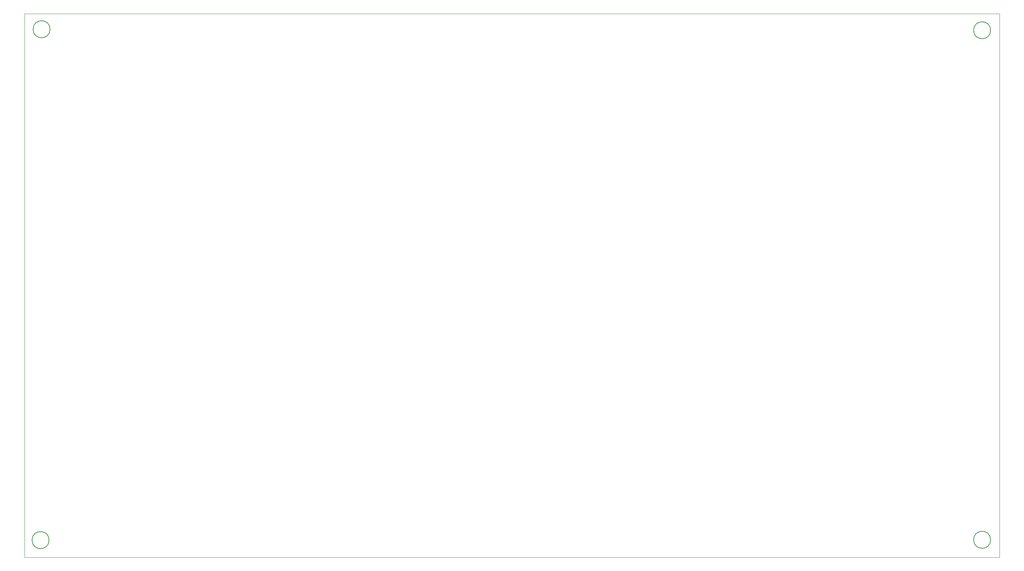
<source format=gbr>
%TF.GenerationSoftware,KiCad,Pcbnew,7.0.6*%
%TF.CreationDate,2024-01-17T13:07:11+07:00*%
%TF.ProjectId,Main,4d61696e-2e6b-4696-9361-645f70636258,rev?*%
%TF.SameCoordinates,Original*%
%TF.FileFunction,Profile,NP*%
%FSLAX46Y46*%
G04 Gerber Fmt 4.6, Leading zero omitted, Abs format (unit mm)*
G04 Created by KiCad (PCBNEW 7.0.6) date 2024-01-17 13:07:11*
%MOMM*%
%LPD*%
G01*
G04 APERTURE LIST*
%TA.AperFunction,Profile*%
%ADD10C,0.150000*%
%TD*%
%TA.AperFunction,Profile*%
%ADD11C,0.100000*%
%TD*%
G04 APERTURE END LIST*
D10*
X46550000Y-149430000D02*
G75*
G03*
X46550000Y-149430000I-2000000J0D01*
G01*
X267800000Y-149350000D02*
G75*
G03*
X267800000Y-149350000I-2000000J0D01*
G01*
D11*
X40800000Y-25560000D02*
X269918000Y-25560000D01*
X269918000Y-153447500D01*
X40800000Y-153447500D01*
X40800000Y-25560000D01*
D10*
X46790000Y-29210000D02*
G75*
G03*
X46790000Y-29210000I-2000000J0D01*
G01*
X267800000Y-29450000D02*
G75*
G03*
X267800000Y-29450000I-2000000J0D01*
G01*
M02*

</source>
